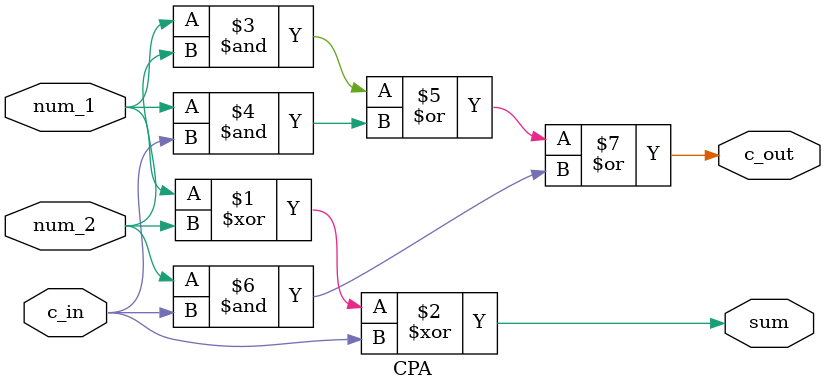
<source format=v>
module CPA(
    input num_1, num_2, c_in,
    output sum, c_out
    );
        assign sum = num_1 ^ num_2 ^ c_in;
        assign c_out = (num_1 & num_2) | (num_1 & c_in) | (num_2 & c_in);
endmodule



</source>
